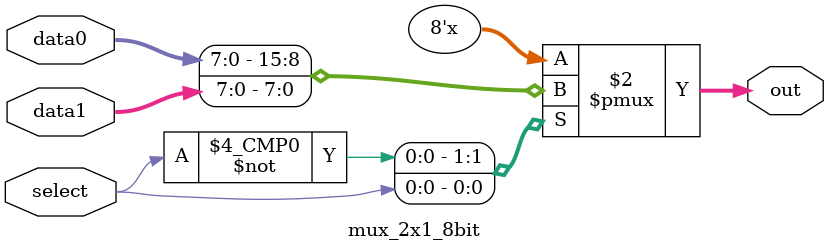
<source format=v>
`timescale 1ns/1ns

module mux_2x1_8bit
(
    input  wire [7:0] data0,
    input  wire [7:0] data1,
    input  wire select,
    output reg  [7:0] out
    );

    always @ (data0, data1, select) begin
        case (select)
            1'b0: out = data0;
            1'b1: out = data1;
            default: out = 8'b0; // Optional default case if needed
        endcase
    end

endmodule

</source>
